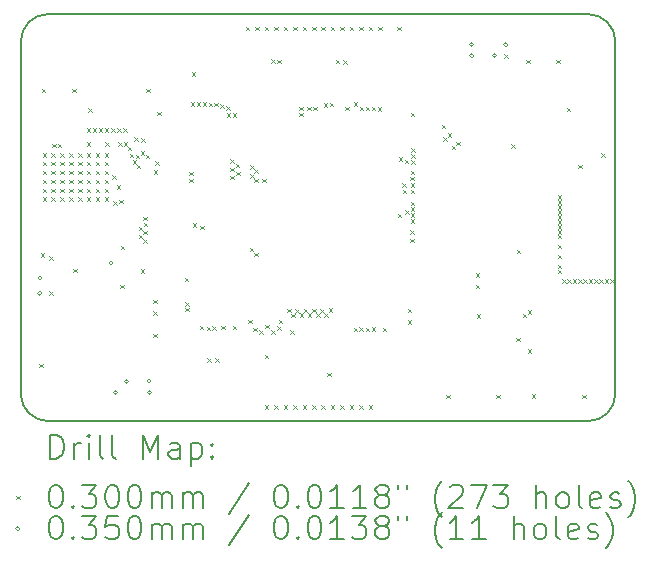
<source format=gbr>
%FSLAX45Y45*%
G04 Gerber Fmt 4.5, Leading zero omitted, Abs format (unit mm)*
G04 Created by KiCad (PCBNEW (6.0.4)) date 2023-02-01 13:33:51*
%MOMM*%
%LPD*%
G01*
G04 APERTURE LIST*
%TA.AperFunction,Profile*%
%ADD10C,0.150000*%
%TD*%
%ADD11C,0.200000*%
%ADD12C,0.030000*%
%ADD13C,0.035000*%
G04 APERTURE END LIST*
D10*
X8369000Y-5119000D02*
X3795000Y-5119000D01*
X8599365Y-8335365D02*
X8599365Y-5349000D01*
X3565000Y-5350000D02*
X3565000Y-8334000D01*
X3565002Y-8334000D02*
G75*
G03*
X3796000Y-8564000I230898J900D01*
G01*
X3796000Y-8564000D02*
X8369365Y-8564000D01*
X3795000Y-5119002D02*
G75*
G03*
X3565000Y-5350000I900J-230898D01*
G01*
X8599360Y-5349000D02*
G75*
G03*
X8369000Y-5119000I-230380J-380D01*
G01*
X8369365Y-8563995D02*
G75*
G03*
X8599365Y-8334000I5J229995D01*
G01*
D11*
D12*
X3721000Y-8080000D02*
X3751000Y-8110000D01*
X3751000Y-8080000D02*
X3721000Y-8110000D01*
X3734000Y-7143500D02*
X3764000Y-7173500D01*
X3764000Y-7143500D02*
X3734000Y-7173500D01*
X3742000Y-5749000D02*
X3772000Y-5779000D01*
X3772000Y-5749000D02*
X3742000Y-5779000D01*
X3750000Y-6295000D02*
X3780000Y-6325000D01*
X3780000Y-6295000D02*
X3750000Y-6325000D01*
X3750000Y-6370000D02*
X3780000Y-6400000D01*
X3780000Y-6370000D02*
X3750000Y-6400000D01*
X3750000Y-6445000D02*
X3780000Y-6475000D01*
X3780000Y-6445000D02*
X3750000Y-6475000D01*
X3750000Y-6520000D02*
X3780000Y-6550000D01*
X3780000Y-6520000D02*
X3750000Y-6550000D01*
X3750000Y-6595000D02*
X3780000Y-6625000D01*
X3780000Y-6595000D02*
X3750000Y-6625000D01*
X3750000Y-6670000D02*
X3780000Y-6700000D01*
X3780000Y-6670000D02*
X3750000Y-6700000D01*
X3807000Y-7465000D02*
X3837000Y-7495000D01*
X3837000Y-7465000D02*
X3807000Y-7495000D01*
X3808000Y-7167000D02*
X3838000Y-7197000D01*
X3838000Y-7167000D02*
X3808000Y-7197000D01*
X3825000Y-6295000D02*
X3855000Y-6325000D01*
X3855000Y-6295000D02*
X3825000Y-6325000D01*
X3825000Y-6370000D02*
X3855000Y-6400000D01*
X3855000Y-6370000D02*
X3825000Y-6400000D01*
X3825000Y-6445000D02*
X3855000Y-6475000D01*
X3855000Y-6445000D02*
X3825000Y-6475000D01*
X3825000Y-6520000D02*
X3855000Y-6550000D01*
X3855000Y-6520000D02*
X3825000Y-6550000D01*
X3825000Y-6595000D02*
X3855000Y-6625000D01*
X3855000Y-6595000D02*
X3825000Y-6625000D01*
X3825000Y-6670000D02*
X3855000Y-6700000D01*
X3855000Y-6670000D02*
X3825000Y-6700000D01*
X3829600Y-6214997D02*
X3859600Y-6244997D01*
X3859600Y-6214997D02*
X3829600Y-6244997D01*
X3879550Y-6215099D02*
X3909550Y-6245099D01*
X3909550Y-6215099D02*
X3879550Y-6245099D01*
X3900000Y-6295000D02*
X3930000Y-6325000D01*
X3930000Y-6295000D02*
X3900000Y-6325000D01*
X3900000Y-6370000D02*
X3930000Y-6400000D01*
X3930000Y-6370000D02*
X3900000Y-6400000D01*
X3900000Y-6445000D02*
X3930000Y-6475000D01*
X3930000Y-6445000D02*
X3900000Y-6475000D01*
X3900000Y-6520000D02*
X3930000Y-6550000D01*
X3930000Y-6520000D02*
X3900000Y-6550000D01*
X3900000Y-6595000D02*
X3930000Y-6625000D01*
X3930000Y-6595000D02*
X3900000Y-6625000D01*
X3900000Y-6670000D02*
X3930000Y-6700000D01*
X3930000Y-6670000D02*
X3900000Y-6700000D01*
X3975000Y-6295000D02*
X4005000Y-6325000D01*
X4005000Y-6295000D02*
X3975000Y-6325000D01*
X3975000Y-6370000D02*
X4005000Y-6400000D01*
X4005000Y-6370000D02*
X3975000Y-6400000D01*
X3975000Y-6445000D02*
X4005000Y-6475000D01*
X4005000Y-6445000D02*
X3975000Y-6475000D01*
X3975000Y-6520000D02*
X4005000Y-6550000D01*
X4005000Y-6520000D02*
X3975000Y-6550000D01*
X3975000Y-6595000D02*
X4005000Y-6625000D01*
X4005000Y-6595000D02*
X3975000Y-6625000D01*
X3975000Y-6670000D02*
X4005000Y-6700000D01*
X4005000Y-6670000D02*
X3975000Y-6700000D01*
X4003000Y-5749000D02*
X4033000Y-5779000D01*
X4033000Y-5749000D02*
X4003000Y-5779000D01*
X4011000Y-7276000D02*
X4041000Y-7306000D01*
X4041000Y-7276000D02*
X4011000Y-7306000D01*
X4050000Y-6295000D02*
X4080000Y-6325000D01*
X4080000Y-6295000D02*
X4050000Y-6325000D01*
X4050000Y-6370000D02*
X4080000Y-6400000D01*
X4080000Y-6370000D02*
X4050000Y-6400000D01*
X4050000Y-6445000D02*
X4080000Y-6475000D01*
X4080000Y-6445000D02*
X4050000Y-6475000D01*
X4050000Y-6520000D02*
X4080000Y-6550000D01*
X4080000Y-6520000D02*
X4050000Y-6550000D01*
X4050000Y-6595000D02*
X4080000Y-6625000D01*
X4080000Y-6595000D02*
X4050000Y-6625000D01*
X4050000Y-6670000D02*
X4080000Y-6700000D01*
X4080000Y-6670000D02*
X4050000Y-6700000D01*
X4122000Y-6083000D02*
X4152000Y-6113000D01*
X4152000Y-6083000D02*
X4122000Y-6113000D01*
X4124906Y-6295000D02*
X4154906Y-6325000D01*
X4154906Y-6295000D02*
X4124906Y-6325000D01*
X4124906Y-6370000D02*
X4154906Y-6400000D01*
X4154906Y-6370000D02*
X4124906Y-6400000D01*
X4124906Y-6445000D02*
X4154906Y-6475000D01*
X4154906Y-6445000D02*
X4124906Y-6475000D01*
X4124906Y-6520000D02*
X4154906Y-6550000D01*
X4154906Y-6520000D02*
X4124906Y-6550000D01*
X4124906Y-6595000D02*
X4154906Y-6625000D01*
X4154906Y-6595000D02*
X4124906Y-6625000D01*
X4124906Y-6670000D02*
X4154906Y-6700000D01*
X4154906Y-6670000D02*
X4124906Y-6700000D01*
X4124907Y-6203098D02*
X4154907Y-6233098D01*
X4154907Y-6203098D02*
X4124907Y-6233098D01*
X4138000Y-5915000D02*
X4168000Y-5945000D01*
X4168000Y-5915000D02*
X4138000Y-5945000D01*
X4175050Y-6083000D02*
X4205050Y-6113000D01*
X4205050Y-6083000D02*
X4175050Y-6113000D01*
X4200000Y-6295000D02*
X4230000Y-6325000D01*
X4230000Y-6295000D02*
X4200000Y-6325000D01*
X4200000Y-6370000D02*
X4230000Y-6400000D01*
X4230000Y-6370000D02*
X4200000Y-6400000D01*
X4200000Y-6445000D02*
X4230000Y-6475000D01*
X4230000Y-6445000D02*
X4200000Y-6475000D01*
X4200000Y-6520000D02*
X4230000Y-6550000D01*
X4230000Y-6520000D02*
X4200000Y-6550000D01*
X4200000Y-6595000D02*
X4230000Y-6625000D01*
X4230000Y-6595000D02*
X4200000Y-6625000D01*
X4200000Y-6670000D02*
X4230000Y-6700000D01*
X4230000Y-6670000D02*
X4200000Y-6700000D01*
X4225000Y-6083000D02*
X4255000Y-6113000D01*
X4255000Y-6083000D02*
X4225000Y-6113000D01*
X4275000Y-6295000D02*
X4305000Y-6325000D01*
X4305000Y-6295000D02*
X4275000Y-6325000D01*
X4275000Y-6370000D02*
X4305000Y-6400000D01*
X4305000Y-6370000D02*
X4275000Y-6400000D01*
X4275000Y-6445000D02*
X4305000Y-6475000D01*
X4305000Y-6445000D02*
X4275000Y-6475000D01*
X4275000Y-6520000D02*
X4305000Y-6550000D01*
X4305000Y-6520000D02*
X4275000Y-6550000D01*
X4275000Y-6595000D02*
X4305000Y-6625000D01*
X4305000Y-6595000D02*
X4275000Y-6625000D01*
X4275000Y-6670000D02*
X4305000Y-6700000D01*
X4305000Y-6670000D02*
X4275000Y-6700000D01*
X4277000Y-6083000D02*
X4307000Y-6113000D01*
X4307000Y-6083000D02*
X4277000Y-6113000D01*
X4281050Y-6205147D02*
X4311050Y-6235147D01*
X4311050Y-6205147D02*
X4281050Y-6235147D01*
X4332050Y-6083000D02*
X4362050Y-6113000D01*
X4362050Y-6083000D02*
X4332050Y-6113000D01*
X4341050Y-6482000D02*
X4371050Y-6512000D01*
X4371050Y-6482000D02*
X4341050Y-6512000D01*
X4348781Y-6702800D02*
X4378781Y-6732800D01*
X4378781Y-6702800D02*
X4348781Y-6732800D01*
X4377098Y-6566407D02*
X4407098Y-6596407D01*
X4407098Y-6566407D02*
X4377098Y-6596407D01*
X4382000Y-6083000D02*
X4412000Y-6113000D01*
X4412000Y-6083000D02*
X4382000Y-6113000D01*
X4388213Y-6204787D02*
X4418213Y-6234787D01*
X4418213Y-6204787D02*
X4388213Y-6234787D01*
X4397050Y-6689951D02*
X4427050Y-6719951D01*
X4427050Y-6689951D02*
X4397050Y-6719951D01*
X4409000Y-7410000D02*
X4439000Y-7440000D01*
X4439000Y-7410000D02*
X4409000Y-7440000D01*
X4412000Y-7081000D02*
X4442000Y-7111000D01*
X4442000Y-7081000D02*
X4412000Y-7111000D01*
X4432500Y-6083500D02*
X4462500Y-6113500D01*
X4462500Y-6083500D02*
X4432500Y-6113500D01*
X4438148Y-6203551D02*
X4468148Y-6233551D01*
X4468148Y-6203551D02*
X4438148Y-6233551D01*
X4469646Y-6242318D02*
X4499646Y-6272318D01*
X4499646Y-6242318D02*
X4469646Y-6272318D01*
X4487950Y-6299657D02*
X4517950Y-6329657D01*
X4517950Y-6299657D02*
X4487950Y-6329657D01*
X4512634Y-6356991D02*
X4542634Y-6386991D01*
X4542634Y-6356991D02*
X4512634Y-6386991D01*
X4524835Y-6163165D02*
X4554835Y-6193165D01*
X4554835Y-6163165D02*
X4524835Y-6193165D01*
X4537273Y-6307549D02*
X4567273Y-6337549D01*
X4567273Y-6307549D02*
X4537273Y-6337549D01*
X4547954Y-6392311D02*
X4577954Y-6422311D01*
X4577954Y-6392311D02*
X4547954Y-6422311D01*
X4565000Y-6918182D02*
X4595000Y-6948182D01*
X4595000Y-6918182D02*
X4565000Y-6948182D01*
X4565000Y-6988083D02*
X4595000Y-7018083D01*
X4595000Y-6988083D02*
X4565000Y-7018083D01*
X4579184Y-6280374D02*
X4609184Y-6310374D01*
X4609184Y-6280374D02*
X4579184Y-6310374D01*
X4581847Y-7279797D02*
X4611847Y-7309797D01*
X4611847Y-7279797D02*
X4581847Y-7309797D01*
X4585000Y-6170050D02*
X4615000Y-6200050D01*
X4615000Y-6170050D02*
X4585000Y-6200050D01*
X4601646Y-7023034D02*
X4631646Y-7053034D01*
X4631646Y-7023034D02*
X4601646Y-7053034D01*
X4603756Y-6953132D02*
X4633756Y-6983132D01*
X4633756Y-6953132D02*
X4603756Y-6983132D01*
X4603835Y-6833285D02*
X4633835Y-6863285D01*
X4633835Y-6833285D02*
X4603835Y-6863285D01*
X4604385Y-6883232D02*
X4634385Y-6913232D01*
X4634385Y-6883232D02*
X4604385Y-6913232D01*
X4621361Y-6307135D02*
X4651361Y-6337135D01*
X4651361Y-6307135D02*
X4621361Y-6337135D01*
X4627000Y-5750000D02*
X4657000Y-5780000D01*
X4657000Y-5750000D02*
X4627000Y-5780000D01*
X4685000Y-7538000D02*
X4715000Y-7568000D01*
X4715000Y-7538000D02*
X4685000Y-7568000D01*
X4685000Y-7633000D02*
X4715000Y-7663000D01*
X4715000Y-7633000D02*
X4685000Y-7663000D01*
X4685000Y-7824000D02*
X4715000Y-7854000D01*
X4715000Y-7824000D02*
X4685000Y-7854000D01*
X4692000Y-6439950D02*
X4722000Y-6469950D01*
X4722000Y-6439950D02*
X4692000Y-6469950D01*
X4702000Y-6366000D02*
X4732000Y-6396000D01*
X4732000Y-6366000D02*
X4702000Y-6396000D01*
X4721000Y-5946000D02*
X4751000Y-5976000D01*
X4751000Y-5946000D02*
X4721000Y-5976000D01*
X4954913Y-7349912D02*
X4984913Y-7379912D01*
X4984913Y-7349912D02*
X4954913Y-7379912D01*
X4959000Y-7556000D02*
X4989000Y-7586000D01*
X4989000Y-7556000D02*
X4959000Y-7586000D01*
X4959000Y-7605950D02*
X4989000Y-7635950D01*
X4989000Y-7605950D02*
X4959000Y-7635950D01*
X4992000Y-6453000D02*
X5022000Y-6483000D01*
X5022000Y-6453000D02*
X4992000Y-6483000D01*
X4992000Y-6513098D02*
X5022000Y-6543098D01*
X5022000Y-6513098D02*
X4992000Y-6543098D01*
X5003000Y-5864000D02*
X5033000Y-5894000D01*
X5033000Y-5864000D02*
X5003000Y-5894000D01*
X5012000Y-5611000D02*
X5042000Y-5641000D01*
X5042000Y-5611000D02*
X5012000Y-5641000D01*
X5021000Y-6891000D02*
X5051000Y-6921000D01*
X5051000Y-6891000D02*
X5021000Y-6921000D01*
X5055392Y-5865161D02*
X5085392Y-5895161D01*
X5085392Y-5865161D02*
X5055392Y-5895161D01*
X5080000Y-7755000D02*
X5110000Y-7785000D01*
X5110000Y-7755000D02*
X5080000Y-7785000D01*
X5084000Y-6909000D02*
X5114000Y-6939000D01*
X5114000Y-6909000D02*
X5084000Y-6939000D01*
X5105318Y-5866725D02*
X5135318Y-5896725D01*
X5135318Y-5866725D02*
X5105318Y-5896725D01*
X5138000Y-7767000D02*
X5168000Y-7797000D01*
X5168000Y-7767000D02*
X5138000Y-7797000D01*
X5145000Y-8032000D02*
X5175000Y-8062000D01*
X5175000Y-8032000D02*
X5145000Y-8062000D01*
X5155251Y-5868033D02*
X5185251Y-5898033D01*
X5185251Y-5868033D02*
X5155251Y-5898033D01*
X5187369Y-7759405D02*
X5217369Y-7789405D01*
X5217369Y-7759405D02*
X5187369Y-7789405D01*
X5205202Y-5867999D02*
X5235202Y-5897999D01*
X5235202Y-5867999D02*
X5205202Y-5897999D01*
X5213000Y-8032000D02*
X5243000Y-8062000D01*
X5243000Y-8032000D02*
X5213000Y-8062000D01*
X5255427Y-5880759D02*
X5285427Y-5910759D01*
X5285427Y-5880759D02*
X5255427Y-5910759D01*
X5262000Y-7757000D02*
X5292000Y-7787000D01*
X5292000Y-7757000D02*
X5262000Y-7787000D01*
X5305377Y-5900711D02*
X5335377Y-5930711D01*
X5335377Y-5900711D02*
X5305377Y-5930711D01*
X5310329Y-5959626D02*
X5340329Y-5989626D01*
X5340329Y-5959626D02*
X5310329Y-5989626D01*
X5337538Y-6348758D02*
X5367538Y-6378758D01*
X5367538Y-6348758D02*
X5337538Y-6378758D01*
X5338000Y-6418658D02*
X5368000Y-6448658D01*
X5368000Y-6418658D02*
X5338000Y-6448658D01*
X5338000Y-6488559D02*
X5368000Y-6518559D01*
X5368000Y-6488559D02*
X5338000Y-6518559D01*
X5358000Y-7756000D02*
X5388000Y-7786000D01*
X5388000Y-7756000D02*
X5358000Y-7786000D01*
X5360279Y-5959626D02*
X5390279Y-5989626D01*
X5390279Y-5959626D02*
X5360279Y-5989626D01*
X5386000Y-6383708D02*
X5416000Y-6413708D01*
X5416000Y-6383708D02*
X5386000Y-6413708D01*
X5387313Y-6453609D02*
X5417313Y-6483609D01*
X5417313Y-6453609D02*
X5387313Y-6483609D01*
X5471000Y-5224200D02*
X5501000Y-5254200D01*
X5501000Y-5224200D02*
X5471000Y-5254200D01*
X5490175Y-7704149D02*
X5520175Y-7734149D01*
X5520175Y-7704149D02*
X5490175Y-7734149D01*
X5505000Y-7097000D02*
X5535000Y-7127000D01*
X5535000Y-7097000D02*
X5505000Y-7127000D01*
X5507117Y-6396667D02*
X5537117Y-6426667D01*
X5537117Y-6396667D02*
X5507117Y-6426667D01*
X5508389Y-6473038D02*
X5538389Y-6503038D01*
X5538389Y-6473038D02*
X5508389Y-6503038D01*
X5535000Y-7774050D02*
X5565000Y-7804050D01*
X5565000Y-7774050D02*
X5535000Y-7804050D01*
X5540000Y-7137000D02*
X5570000Y-7167000D01*
X5570000Y-7137000D02*
X5540000Y-7167000D01*
X5540615Y-6511202D02*
X5570615Y-6541202D01*
X5570615Y-6511202D02*
X5540615Y-6541202D01*
X5542114Y-6432307D02*
X5572114Y-6462307D01*
X5572114Y-6432307D02*
X5542114Y-6462307D01*
X5551000Y-5224200D02*
X5581000Y-5254200D01*
X5581000Y-5224200D02*
X5551000Y-5254200D01*
X5586000Y-7797000D02*
X5616000Y-7827000D01*
X5616000Y-7797000D02*
X5586000Y-7827000D01*
X5611000Y-6513000D02*
X5641000Y-6543000D01*
X5641000Y-6513000D02*
X5611000Y-6543000D01*
X5631000Y-5224200D02*
X5661000Y-5254200D01*
X5661000Y-5224200D02*
X5631000Y-5254200D01*
X5631000Y-8001200D02*
X5661000Y-8031200D01*
X5661000Y-8001200D02*
X5631000Y-8031200D01*
X5631000Y-8430800D02*
X5661000Y-8460800D01*
X5661000Y-8430800D02*
X5631000Y-8460800D01*
X5635928Y-7748072D02*
X5665928Y-7778072D01*
X5665928Y-7748072D02*
X5635928Y-7778072D01*
X5685000Y-7796000D02*
X5715000Y-7826000D01*
X5715000Y-7796000D02*
X5685000Y-7826000D01*
X5686000Y-5502000D02*
X5716000Y-5532000D01*
X5716000Y-5502000D02*
X5686000Y-5532000D01*
X5711000Y-5224200D02*
X5741000Y-5254200D01*
X5741000Y-5224200D02*
X5711000Y-5254200D01*
X5711000Y-8430800D02*
X5741000Y-8460800D01*
X5741000Y-8430800D02*
X5711000Y-8460800D01*
X5735000Y-7762000D02*
X5765000Y-7792000D01*
X5765000Y-7762000D02*
X5735000Y-7792000D01*
X5737000Y-5505000D02*
X5767000Y-5535000D01*
X5767000Y-5505000D02*
X5737000Y-5535000D01*
X5749000Y-7706000D02*
X5779000Y-7736000D01*
X5779000Y-7706000D02*
X5749000Y-7736000D01*
X5791000Y-5224400D02*
X5821000Y-5254400D01*
X5821000Y-5224400D02*
X5791000Y-5254400D01*
X5791000Y-8430800D02*
X5821000Y-8460800D01*
X5821000Y-8430800D02*
X5791000Y-8460800D01*
X5819000Y-7614000D02*
X5849000Y-7644000D01*
X5849000Y-7614000D02*
X5819000Y-7644000D01*
X5845000Y-7793000D02*
X5875000Y-7823000D01*
X5875000Y-7793000D02*
X5845000Y-7823000D01*
X5855472Y-7655367D02*
X5885472Y-7685367D01*
X5885472Y-7655367D02*
X5855472Y-7685367D01*
X5871000Y-5224400D02*
X5901000Y-5254400D01*
X5901000Y-5224400D02*
X5871000Y-5254400D01*
X5871000Y-8430800D02*
X5901000Y-8460800D01*
X5901000Y-8430800D02*
X5871000Y-8460800D01*
X5890422Y-7615221D02*
X5920422Y-7645221D01*
X5920422Y-7615221D02*
X5890422Y-7645221D01*
X5922050Y-5904130D02*
X5952050Y-5934130D01*
X5952050Y-5904130D02*
X5922050Y-5934130D01*
X5923372Y-5954879D02*
X5953372Y-5984879D01*
X5953372Y-5954879D02*
X5923372Y-5984879D01*
X5925372Y-7652470D02*
X5955372Y-7682470D01*
X5955372Y-7652470D02*
X5925372Y-7682470D01*
X5951000Y-5224400D02*
X5981000Y-5254400D01*
X5981000Y-5224400D02*
X5951000Y-5254400D01*
X5951000Y-8430800D02*
X5981000Y-8460800D01*
X5981000Y-8430800D02*
X5951000Y-8460800D01*
X5960322Y-7614000D02*
X5990322Y-7644000D01*
X5990322Y-7614000D02*
X5960322Y-7644000D01*
X5992672Y-5902259D02*
X6022672Y-5932259D01*
X6022672Y-5902259D02*
X5992672Y-5932259D01*
X5995411Y-7649549D02*
X6025411Y-7679549D01*
X6025411Y-7649549D02*
X5995411Y-7679549D01*
X6030934Y-7614433D02*
X6060934Y-7644433D01*
X6060934Y-7614433D02*
X6030934Y-7644433D01*
X6031000Y-5224400D02*
X6061000Y-5254400D01*
X6061000Y-5224400D02*
X6031000Y-5254400D01*
X6031000Y-8430800D02*
X6061000Y-8460800D01*
X6061000Y-8430800D02*
X6031000Y-8460800D01*
X6042619Y-5901728D02*
X6072619Y-5931728D01*
X6072619Y-5901728D02*
X6042619Y-5931728D01*
X6065884Y-7650809D02*
X6095884Y-7680809D01*
X6095884Y-7650809D02*
X6065884Y-7680809D01*
X6100834Y-7615000D02*
X6130834Y-7645000D01*
X6130834Y-7615000D02*
X6100834Y-7645000D01*
X6111000Y-5224400D02*
X6141000Y-5254400D01*
X6141000Y-5224400D02*
X6111000Y-5254400D01*
X6111000Y-8430800D02*
X6141000Y-8460800D01*
X6141000Y-8430800D02*
X6111000Y-8460800D01*
X6132000Y-5871000D02*
X6162000Y-5901000D01*
X6162000Y-5871000D02*
X6132000Y-5901000D01*
X6135784Y-7650911D02*
X6165784Y-7680911D01*
X6165784Y-7650911D02*
X6135784Y-7680911D01*
X6161000Y-8154000D02*
X6191000Y-8184000D01*
X6191000Y-8154000D02*
X6161000Y-8184000D01*
X6171081Y-7610346D02*
X6201081Y-7640346D01*
X6201081Y-7610346D02*
X6171081Y-7640346D01*
X6181934Y-5869720D02*
X6211934Y-5899720D01*
X6211934Y-5869720D02*
X6181934Y-5899720D01*
X6191000Y-5224400D02*
X6221000Y-5254400D01*
X6221000Y-5224400D02*
X6191000Y-5254400D01*
X6191000Y-8430800D02*
X6221000Y-8460800D01*
X6221000Y-8430800D02*
X6191000Y-8460800D01*
X6233000Y-5504000D02*
X6263000Y-5534000D01*
X6263000Y-5504000D02*
X6233000Y-5534000D01*
X6271000Y-5224400D02*
X6301000Y-5254400D01*
X6301000Y-5224400D02*
X6271000Y-5254400D01*
X6271000Y-8430800D02*
X6301000Y-8460800D01*
X6301000Y-8430800D02*
X6271000Y-8460800D01*
X6295000Y-5507000D02*
X6325000Y-5537000D01*
X6325000Y-5507000D02*
X6295000Y-5537000D01*
X6312000Y-5901000D02*
X6342000Y-5931000D01*
X6342000Y-5901000D02*
X6312000Y-5931000D01*
X6351000Y-5224400D02*
X6381000Y-5254400D01*
X6381000Y-5224400D02*
X6351000Y-5254400D01*
X6351000Y-8430800D02*
X6381000Y-8460800D01*
X6381000Y-8430800D02*
X6351000Y-8460800D01*
X6382355Y-7773516D02*
X6412355Y-7803516D01*
X6412355Y-7773516D02*
X6382355Y-7803516D01*
X6383000Y-5865951D02*
X6413000Y-5895951D01*
X6413000Y-5865951D02*
X6383000Y-5895951D01*
X6431000Y-5224400D02*
X6461000Y-5254400D01*
X6461000Y-5224400D02*
X6431000Y-5254400D01*
X6431000Y-8430800D02*
X6461000Y-8460800D01*
X6461000Y-8430800D02*
X6431000Y-8460800D01*
X6432000Y-7768000D02*
X6462000Y-7798000D01*
X6462000Y-7768000D02*
X6432000Y-7798000D01*
X6435153Y-5900901D02*
X6465153Y-5930901D01*
X6465153Y-5900901D02*
X6435153Y-5930901D01*
X6485000Y-7772000D02*
X6515000Y-7802000D01*
X6515000Y-7772000D02*
X6485000Y-7802000D01*
X6485093Y-5901920D02*
X6515093Y-5931920D01*
X6515093Y-5901920D02*
X6485093Y-5931920D01*
X6511000Y-5224400D02*
X6541000Y-5254400D01*
X6541000Y-5224400D02*
X6511000Y-5254400D01*
X6511000Y-8430800D02*
X6541000Y-8460800D01*
X6541000Y-8430800D02*
X6511000Y-8460800D01*
X6535000Y-5904000D02*
X6565000Y-5934000D01*
X6565000Y-5904000D02*
X6535000Y-5934000D01*
X6536000Y-7771000D02*
X6566000Y-7801000D01*
X6566000Y-7771000D02*
X6536000Y-7801000D01*
X6587440Y-5905008D02*
X6617440Y-5935008D01*
X6617440Y-5905008D02*
X6587440Y-5935008D01*
X6591000Y-5224400D02*
X6621000Y-5254400D01*
X6621000Y-5224400D02*
X6591000Y-5254400D01*
X6629000Y-7774000D02*
X6659000Y-7804000D01*
X6659000Y-7774000D02*
X6629000Y-7804000D01*
X6750600Y-5224400D02*
X6780600Y-5254400D01*
X6780600Y-5224400D02*
X6750600Y-5254400D01*
X6756013Y-6809245D02*
X6786013Y-6839245D01*
X6786013Y-6809245D02*
X6756013Y-6839245D01*
X6764601Y-6332501D02*
X6794601Y-6362501D01*
X6794601Y-6332501D02*
X6764601Y-6362501D01*
X6797000Y-6551000D02*
X6827000Y-6581000D01*
X6827000Y-6551000D02*
X6797000Y-6581000D01*
X6798000Y-6606950D02*
X6828000Y-6636950D01*
X6828000Y-6606950D02*
X6798000Y-6636950D01*
X6814265Y-6349642D02*
X6844265Y-6379642D01*
X6844265Y-6349642D02*
X6814265Y-6379642D01*
X6821960Y-6778619D02*
X6851960Y-6808619D01*
X6851960Y-6778619D02*
X6821960Y-6808619D01*
X6842000Y-7614000D02*
X6872000Y-7644000D01*
X6872000Y-7614000D02*
X6842000Y-7644000D01*
X6842000Y-7710000D02*
X6872000Y-7740000D01*
X6872000Y-7710000D02*
X6842000Y-7740000D01*
X6861000Y-6947000D02*
X6891000Y-6977000D01*
X6891000Y-6947000D02*
X6861000Y-6977000D01*
X6862267Y-6496733D02*
X6892267Y-6526733D01*
X6892267Y-6496733D02*
X6862267Y-6526733D01*
X6863000Y-7020050D02*
X6893000Y-7050050D01*
X6893000Y-7020050D02*
X6863000Y-7050050D01*
X6865000Y-6855000D02*
X6895000Y-6885000D01*
X6895000Y-6855000D02*
X6865000Y-6885000D01*
X6865238Y-6443188D02*
X6895238Y-6473188D01*
X6895238Y-6443188D02*
X6865238Y-6473188D01*
X6866000Y-5955000D02*
X6896000Y-5985000D01*
X6896000Y-5955000D02*
X6866000Y-5985000D01*
X6866000Y-6705099D02*
X6896000Y-6735099D01*
X6896000Y-6705099D02*
X6866000Y-6735099D01*
X6866000Y-6755050D02*
X6896000Y-6785050D01*
X6896000Y-6755050D02*
X6866000Y-6785050D01*
X6866000Y-6805000D02*
X6896000Y-6835000D01*
X6896000Y-6805000D02*
X6866000Y-6835000D01*
X6867000Y-6607000D02*
X6897000Y-6637000D01*
X6897000Y-6607000D02*
X6867000Y-6637000D01*
X6868169Y-6552062D02*
X6898169Y-6582062D01*
X6898169Y-6552062D02*
X6868169Y-6582062D01*
X6869000Y-6305000D02*
X6899000Y-6335000D01*
X6899000Y-6305000D02*
X6869000Y-6335000D01*
X6869000Y-6354950D02*
X6899000Y-6384950D01*
X6899000Y-6354950D02*
X6869000Y-6384950D01*
X6870248Y-6255065D02*
X6900248Y-6285065D01*
X6900248Y-6255065D02*
X6870248Y-6285065D01*
X7129000Y-6054000D02*
X7159000Y-6084000D01*
X7159000Y-6054000D02*
X7129000Y-6084000D01*
X7140823Y-6160211D02*
X7170823Y-6190211D01*
X7170823Y-6160211D02*
X7140823Y-6190211D01*
X7168000Y-8341000D02*
X7198000Y-8371000D01*
X7198000Y-8341000D02*
X7168000Y-8371000D01*
X7179000Y-6128000D02*
X7209000Y-6158000D01*
X7209000Y-6128000D02*
X7179000Y-6158000D01*
X7214000Y-6231000D02*
X7244000Y-6261000D01*
X7244000Y-6231000D02*
X7214000Y-6261000D01*
X7251925Y-6198493D02*
X7281925Y-6228493D01*
X7281925Y-6198493D02*
X7251925Y-6228493D01*
X7418000Y-7313000D02*
X7448000Y-7343000D01*
X7448000Y-7313000D02*
X7418000Y-7343000D01*
X7419000Y-7410000D02*
X7449000Y-7440000D01*
X7449000Y-7410000D02*
X7419000Y-7440000D01*
X7424000Y-7661000D02*
X7454000Y-7691000D01*
X7454000Y-7661000D02*
X7424000Y-7691000D01*
X7589000Y-8342000D02*
X7619000Y-8372000D01*
X7619000Y-8342000D02*
X7589000Y-8372000D01*
X7657000Y-5458000D02*
X7687000Y-5488000D01*
X7687000Y-5458000D02*
X7657000Y-5488000D01*
X7719000Y-6218000D02*
X7749000Y-6248000D01*
X7749000Y-6218000D02*
X7719000Y-6248000D01*
X7761000Y-7858000D02*
X7791000Y-7888000D01*
X7791000Y-7858000D02*
X7761000Y-7888000D01*
X7765000Y-7114000D02*
X7795000Y-7144000D01*
X7795000Y-7114000D02*
X7765000Y-7144000D01*
X7816000Y-7657000D02*
X7846000Y-7687000D01*
X7846000Y-7657000D02*
X7816000Y-7687000D01*
X7846000Y-5505000D02*
X7876000Y-5535000D01*
X7876000Y-5505000D02*
X7846000Y-5535000D01*
X7857000Y-7625000D02*
X7887000Y-7655000D01*
X7887000Y-7625000D02*
X7857000Y-7655000D01*
X7858000Y-7956000D02*
X7888000Y-7986000D01*
X7888000Y-7956000D02*
X7858000Y-7986000D01*
X7893000Y-8339000D02*
X7923000Y-8369000D01*
X7923000Y-8339000D02*
X7893000Y-8369000D01*
X8098000Y-5504000D02*
X8128000Y-5534000D01*
X8128000Y-5504000D02*
X8098000Y-5534000D01*
X8113000Y-6652000D02*
X8143000Y-6682000D01*
X8143000Y-6652000D02*
X8113000Y-6682000D01*
X8113000Y-6694000D02*
X8143000Y-6724000D01*
X8143000Y-6694000D02*
X8113000Y-6724000D01*
X8113000Y-6736000D02*
X8143000Y-6766000D01*
X8143000Y-6736000D02*
X8113000Y-6766000D01*
X8113000Y-6778000D02*
X8143000Y-6808000D01*
X8143000Y-6778000D02*
X8113000Y-6808000D01*
X8113000Y-6820000D02*
X8143000Y-6850000D01*
X8143000Y-6820000D02*
X8113000Y-6850000D01*
X8113000Y-6862000D02*
X8143000Y-6892000D01*
X8143000Y-6862000D02*
X8113000Y-6892000D01*
X8113000Y-6904000D02*
X8143000Y-6934000D01*
X8143000Y-6904000D02*
X8113000Y-6934000D01*
X8113000Y-6946000D02*
X8143000Y-6976000D01*
X8143000Y-6946000D02*
X8113000Y-6976000D01*
X8113000Y-6988000D02*
X8143000Y-7018000D01*
X8143000Y-6988000D02*
X8113000Y-7018000D01*
X8113000Y-7072000D02*
X8143000Y-7102000D01*
X8143000Y-7072000D02*
X8113000Y-7102000D01*
X8113000Y-7156000D02*
X8143000Y-7186000D01*
X8143000Y-7156000D02*
X8113000Y-7186000D01*
X8113000Y-7240000D02*
X8143000Y-7270000D01*
X8143000Y-7240000D02*
X8113000Y-7270000D01*
X8113000Y-7282000D02*
X8143000Y-7312000D01*
X8143000Y-7282000D02*
X8113000Y-7312000D01*
X8149000Y-7364000D02*
X8179000Y-7394000D01*
X8179000Y-7364000D02*
X8149000Y-7394000D01*
X8188000Y-5912000D02*
X8218000Y-5942000D01*
X8218000Y-5912000D02*
X8188000Y-5942000D01*
X8194064Y-7364000D02*
X8224064Y-7394000D01*
X8224064Y-7364000D02*
X8194064Y-7394000D01*
X8239129Y-7364000D02*
X8269129Y-7394000D01*
X8269129Y-7364000D02*
X8239129Y-7394000D01*
X8284193Y-7364000D02*
X8314193Y-7394000D01*
X8314193Y-7364000D02*
X8284193Y-7394000D01*
X8286000Y-6393000D02*
X8316000Y-6423000D01*
X8316000Y-6393000D02*
X8286000Y-6423000D01*
X8318000Y-8341000D02*
X8348000Y-8371000D01*
X8348000Y-8341000D02*
X8318000Y-8371000D01*
X8329257Y-7364000D02*
X8359257Y-7394000D01*
X8359257Y-7364000D02*
X8329257Y-7394000D01*
X8374321Y-7364000D02*
X8404322Y-7394000D01*
X8404322Y-7364000D02*
X8374321Y-7394000D01*
X8419386Y-7364000D02*
X8449386Y-7394000D01*
X8449386Y-7364000D02*
X8419386Y-7394000D01*
X8464450Y-7364000D02*
X8494450Y-7394000D01*
X8494450Y-7364000D02*
X8464450Y-7394000D01*
X8481000Y-6298000D02*
X8511000Y-6328000D01*
X8511000Y-6298000D02*
X8481000Y-6328000D01*
X8509514Y-7364000D02*
X8539514Y-7394000D01*
X8539514Y-7364000D02*
X8509514Y-7394000D01*
X8554579Y-7364000D02*
X8584579Y-7394000D01*
X8584579Y-7364000D02*
X8554579Y-7394000D01*
D13*
X3743500Y-7353000D02*
G75*
G03*
X3743500Y-7353000I-17500J0D01*
G01*
X3743500Y-7482000D02*
G75*
G03*
X3743500Y-7482000I-17500J0D01*
G01*
X4343500Y-7226000D02*
G75*
G03*
X4343500Y-7226000I-17500J0D01*
G01*
X4383500Y-8321000D02*
G75*
G03*
X4383500Y-8321000I-17500J0D01*
G01*
X4479500Y-8228000D02*
G75*
G03*
X4479500Y-8228000I-17500J0D01*
G01*
X4670500Y-8224000D02*
G75*
G03*
X4670500Y-8224000I-17500J0D01*
G01*
X4671500Y-8320000D02*
G75*
G03*
X4671500Y-8320000I-17500J0D01*
G01*
X7399500Y-5473000D02*
G75*
G03*
X7399500Y-5473000I-17500J0D01*
G01*
X7400500Y-5377000D02*
G75*
G03*
X7400500Y-5377000I-17500J0D01*
G01*
X7593500Y-5470000D02*
G75*
G03*
X7593500Y-5470000I-17500J0D01*
G01*
X7689500Y-5377000D02*
G75*
G03*
X7689500Y-5377000I-17500J0D01*
G01*
D11*
X3815119Y-8881976D02*
X3815119Y-8681976D01*
X3862738Y-8681976D01*
X3891309Y-8691500D01*
X3910357Y-8710548D01*
X3919881Y-8729595D01*
X3929405Y-8767690D01*
X3929405Y-8796262D01*
X3919881Y-8834357D01*
X3910357Y-8853405D01*
X3891309Y-8872452D01*
X3862738Y-8881976D01*
X3815119Y-8881976D01*
X4015119Y-8881976D02*
X4015119Y-8748643D01*
X4015119Y-8786738D02*
X4024643Y-8767690D01*
X4034167Y-8758167D01*
X4053214Y-8748643D01*
X4072262Y-8748643D01*
X4138928Y-8881976D02*
X4138928Y-8748643D01*
X4138928Y-8681976D02*
X4129405Y-8691500D01*
X4138928Y-8701024D01*
X4148452Y-8691500D01*
X4138928Y-8681976D01*
X4138928Y-8701024D01*
X4262738Y-8881976D02*
X4243690Y-8872452D01*
X4234167Y-8853405D01*
X4234167Y-8681976D01*
X4367500Y-8881976D02*
X4348452Y-8872452D01*
X4338929Y-8853405D01*
X4338929Y-8681976D01*
X4596071Y-8881976D02*
X4596071Y-8681976D01*
X4662738Y-8824833D01*
X4729405Y-8681976D01*
X4729405Y-8881976D01*
X4910357Y-8881976D02*
X4910357Y-8777214D01*
X4900833Y-8758167D01*
X4881786Y-8748643D01*
X4843690Y-8748643D01*
X4824643Y-8758167D01*
X4910357Y-8872452D02*
X4891310Y-8881976D01*
X4843690Y-8881976D01*
X4824643Y-8872452D01*
X4815119Y-8853405D01*
X4815119Y-8834357D01*
X4824643Y-8815310D01*
X4843690Y-8805786D01*
X4891310Y-8805786D01*
X4910357Y-8796262D01*
X5005595Y-8748643D02*
X5005595Y-8948643D01*
X5005595Y-8758167D02*
X5024643Y-8748643D01*
X5062738Y-8748643D01*
X5081786Y-8758167D01*
X5091310Y-8767690D01*
X5100833Y-8786738D01*
X5100833Y-8843881D01*
X5091310Y-8862929D01*
X5081786Y-8872452D01*
X5062738Y-8881976D01*
X5024643Y-8881976D01*
X5005595Y-8872452D01*
X5186548Y-8862929D02*
X5196071Y-8872452D01*
X5186548Y-8881976D01*
X5177024Y-8872452D01*
X5186548Y-8862929D01*
X5186548Y-8881976D01*
X5186548Y-8758167D02*
X5196071Y-8767690D01*
X5186548Y-8777214D01*
X5177024Y-8767690D01*
X5186548Y-8758167D01*
X5186548Y-8777214D01*
D12*
X3527500Y-9196500D02*
X3557500Y-9226500D01*
X3557500Y-9196500D02*
X3527500Y-9226500D01*
D11*
X3853214Y-9101976D02*
X3872262Y-9101976D01*
X3891309Y-9111500D01*
X3900833Y-9121024D01*
X3910357Y-9140071D01*
X3919881Y-9178167D01*
X3919881Y-9225786D01*
X3910357Y-9263881D01*
X3900833Y-9282929D01*
X3891309Y-9292452D01*
X3872262Y-9301976D01*
X3853214Y-9301976D01*
X3834167Y-9292452D01*
X3824643Y-9282929D01*
X3815119Y-9263881D01*
X3805595Y-9225786D01*
X3805595Y-9178167D01*
X3815119Y-9140071D01*
X3824643Y-9121024D01*
X3834167Y-9111500D01*
X3853214Y-9101976D01*
X4005595Y-9282929D02*
X4015119Y-9292452D01*
X4005595Y-9301976D01*
X3996071Y-9292452D01*
X4005595Y-9282929D01*
X4005595Y-9301976D01*
X4081786Y-9101976D02*
X4205595Y-9101976D01*
X4138928Y-9178167D01*
X4167500Y-9178167D01*
X4186548Y-9187690D01*
X4196071Y-9197214D01*
X4205595Y-9216262D01*
X4205595Y-9263881D01*
X4196071Y-9282929D01*
X4186548Y-9292452D01*
X4167500Y-9301976D01*
X4110357Y-9301976D01*
X4091309Y-9292452D01*
X4081786Y-9282929D01*
X4329405Y-9101976D02*
X4348452Y-9101976D01*
X4367500Y-9111500D01*
X4377024Y-9121024D01*
X4386548Y-9140071D01*
X4396071Y-9178167D01*
X4396071Y-9225786D01*
X4386548Y-9263881D01*
X4377024Y-9282929D01*
X4367500Y-9292452D01*
X4348452Y-9301976D01*
X4329405Y-9301976D01*
X4310357Y-9292452D01*
X4300833Y-9282929D01*
X4291310Y-9263881D01*
X4281786Y-9225786D01*
X4281786Y-9178167D01*
X4291310Y-9140071D01*
X4300833Y-9121024D01*
X4310357Y-9111500D01*
X4329405Y-9101976D01*
X4519881Y-9101976D02*
X4538929Y-9101976D01*
X4557976Y-9111500D01*
X4567500Y-9121024D01*
X4577024Y-9140071D01*
X4586548Y-9178167D01*
X4586548Y-9225786D01*
X4577024Y-9263881D01*
X4567500Y-9282929D01*
X4557976Y-9292452D01*
X4538929Y-9301976D01*
X4519881Y-9301976D01*
X4500833Y-9292452D01*
X4491310Y-9282929D01*
X4481786Y-9263881D01*
X4472262Y-9225786D01*
X4472262Y-9178167D01*
X4481786Y-9140071D01*
X4491310Y-9121024D01*
X4500833Y-9111500D01*
X4519881Y-9101976D01*
X4672262Y-9301976D02*
X4672262Y-9168643D01*
X4672262Y-9187690D02*
X4681786Y-9178167D01*
X4700833Y-9168643D01*
X4729405Y-9168643D01*
X4748452Y-9178167D01*
X4757976Y-9197214D01*
X4757976Y-9301976D01*
X4757976Y-9197214D02*
X4767500Y-9178167D01*
X4786548Y-9168643D01*
X4815119Y-9168643D01*
X4834167Y-9178167D01*
X4843690Y-9197214D01*
X4843690Y-9301976D01*
X4938929Y-9301976D02*
X4938929Y-9168643D01*
X4938929Y-9187690D02*
X4948452Y-9178167D01*
X4967500Y-9168643D01*
X4996071Y-9168643D01*
X5015119Y-9178167D01*
X5024643Y-9197214D01*
X5024643Y-9301976D01*
X5024643Y-9197214D02*
X5034167Y-9178167D01*
X5053214Y-9168643D01*
X5081786Y-9168643D01*
X5100833Y-9178167D01*
X5110357Y-9197214D01*
X5110357Y-9301976D01*
X5500833Y-9092452D02*
X5329405Y-9349595D01*
X5757976Y-9101976D02*
X5777024Y-9101976D01*
X5796071Y-9111500D01*
X5805595Y-9121024D01*
X5815119Y-9140071D01*
X5824643Y-9178167D01*
X5824643Y-9225786D01*
X5815119Y-9263881D01*
X5805595Y-9282929D01*
X5796071Y-9292452D01*
X5777024Y-9301976D01*
X5757976Y-9301976D01*
X5738928Y-9292452D01*
X5729405Y-9282929D01*
X5719881Y-9263881D01*
X5710357Y-9225786D01*
X5710357Y-9178167D01*
X5719881Y-9140071D01*
X5729405Y-9121024D01*
X5738928Y-9111500D01*
X5757976Y-9101976D01*
X5910357Y-9282929D02*
X5919881Y-9292452D01*
X5910357Y-9301976D01*
X5900833Y-9292452D01*
X5910357Y-9282929D01*
X5910357Y-9301976D01*
X6043690Y-9101976D02*
X6062738Y-9101976D01*
X6081786Y-9111500D01*
X6091309Y-9121024D01*
X6100833Y-9140071D01*
X6110357Y-9178167D01*
X6110357Y-9225786D01*
X6100833Y-9263881D01*
X6091309Y-9282929D01*
X6081786Y-9292452D01*
X6062738Y-9301976D01*
X6043690Y-9301976D01*
X6024643Y-9292452D01*
X6015119Y-9282929D01*
X6005595Y-9263881D01*
X5996071Y-9225786D01*
X5996071Y-9178167D01*
X6005595Y-9140071D01*
X6015119Y-9121024D01*
X6024643Y-9111500D01*
X6043690Y-9101976D01*
X6300833Y-9301976D02*
X6186548Y-9301976D01*
X6243690Y-9301976D02*
X6243690Y-9101976D01*
X6224643Y-9130548D01*
X6205595Y-9149595D01*
X6186548Y-9159119D01*
X6491309Y-9301976D02*
X6377024Y-9301976D01*
X6434167Y-9301976D02*
X6434167Y-9101976D01*
X6415119Y-9130548D01*
X6396071Y-9149595D01*
X6377024Y-9159119D01*
X6605595Y-9187690D02*
X6586548Y-9178167D01*
X6577024Y-9168643D01*
X6567500Y-9149595D01*
X6567500Y-9140071D01*
X6577024Y-9121024D01*
X6586548Y-9111500D01*
X6605595Y-9101976D01*
X6643690Y-9101976D01*
X6662738Y-9111500D01*
X6672262Y-9121024D01*
X6681786Y-9140071D01*
X6681786Y-9149595D01*
X6672262Y-9168643D01*
X6662738Y-9178167D01*
X6643690Y-9187690D01*
X6605595Y-9187690D01*
X6586548Y-9197214D01*
X6577024Y-9206738D01*
X6567500Y-9225786D01*
X6567500Y-9263881D01*
X6577024Y-9282929D01*
X6586548Y-9292452D01*
X6605595Y-9301976D01*
X6643690Y-9301976D01*
X6662738Y-9292452D01*
X6672262Y-9282929D01*
X6681786Y-9263881D01*
X6681786Y-9225786D01*
X6672262Y-9206738D01*
X6662738Y-9197214D01*
X6643690Y-9187690D01*
X6757976Y-9101976D02*
X6757976Y-9140071D01*
X6834167Y-9101976D02*
X6834167Y-9140071D01*
X7129405Y-9378167D02*
X7119881Y-9368643D01*
X7100833Y-9340071D01*
X7091309Y-9321024D01*
X7081786Y-9292452D01*
X7072262Y-9244833D01*
X7072262Y-9206738D01*
X7081786Y-9159119D01*
X7091309Y-9130548D01*
X7100833Y-9111500D01*
X7119881Y-9082929D01*
X7129405Y-9073405D01*
X7196071Y-9121024D02*
X7205595Y-9111500D01*
X7224643Y-9101976D01*
X7272262Y-9101976D01*
X7291309Y-9111500D01*
X7300833Y-9121024D01*
X7310357Y-9140071D01*
X7310357Y-9159119D01*
X7300833Y-9187690D01*
X7186548Y-9301976D01*
X7310357Y-9301976D01*
X7377024Y-9101976D02*
X7510357Y-9101976D01*
X7424643Y-9301976D01*
X7567500Y-9101976D02*
X7691309Y-9101976D01*
X7624643Y-9178167D01*
X7653214Y-9178167D01*
X7672262Y-9187690D01*
X7681786Y-9197214D01*
X7691309Y-9216262D01*
X7691309Y-9263881D01*
X7681786Y-9282929D01*
X7672262Y-9292452D01*
X7653214Y-9301976D01*
X7596071Y-9301976D01*
X7577024Y-9292452D01*
X7567500Y-9282929D01*
X7929405Y-9301976D02*
X7929405Y-9101976D01*
X8015119Y-9301976D02*
X8015119Y-9197214D01*
X8005595Y-9178167D01*
X7986548Y-9168643D01*
X7957976Y-9168643D01*
X7938928Y-9178167D01*
X7929405Y-9187690D01*
X8138928Y-9301976D02*
X8119881Y-9292452D01*
X8110357Y-9282929D01*
X8100833Y-9263881D01*
X8100833Y-9206738D01*
X8110357Y-9187690D01*
X8119881Y-9178167D01*
X8138928Y-9168643D01*
X8167500Y-9168643D01*
X8186548Y-9178167D01*
X8196071Y-9187690D01*
X8205595Y-9206738D01*
X8205595Y-9263881D01*
X8196071Y-9282929D01*
X8186548Y-9292452D01*
X8167500Y-9301976D01*
X8138928Y-9301976D01*
X8319881Y-9301976D02*
X8300833Y-9292452D01*
X8291309Y-9273405D01*
X8291309Y-9101976D01*
X8472262Y-9292452D02*
X8453214Y-9301976D01*
X8415119Y-9301976D01*
X8396071Y-9292452D01*
X8386548Y-9273405D01*
X8386548Y-9197214D01*
X8396071Y-9178167D01*
X8415119Y-9168643D01*
X8453214Y-9168643D01*
X8472262Y-9178167D01*
X8481786Y-9197214D01*
X8481786Y-9216262D01*
X8386548Y-9235310D01*
X8557976Y-9292452D02*
X8577024Y-9301976D01*
X8615119Y-9301976D01*
X8634167Y-9292452D01*
X8643690Y-9273405D01*
X8643690Y-9263881D01*
X8634167Y-9244833D01*
X8615119Y-9235310D01*
X8586548Y-9235310D01*
X8567500Y-9225786D01*
X8557976Y-9206738D01*
X8557976Y-9197214D01*
X8567500Y-9178167D01*
X8586548Y-9168643D01*
X8615119Y-9168643D01*
X8634167Y-9178167D01*
X8710357Y-9378167D02*
X8719881Y-9368643D01*
X8738929Y-9340071D01*
X8748452Y-9321024D01*
X8757976Y-9292452D01*
X8767500Y-9244833D01*
X8767500Y-9206738D01*
X8757976Y-9159119D01*
X8748452Y-9130548D01*
X8738929Y-9111500D01*
X8719881Y-9082929D01*
X8710357Y-9073405D01*
D13*
X3557500Y-9475500D02*
G75*
G03*
X3557500Y-9475500I-17500J0D01*
G01*
D11*
X3853214Y-9365976D02*
X3872262Y-9365976D01*
X3891309Y-9375500D01*
X3900833Y-9385024D01*
X3910357Y-9404071D01*
X3919881Y-9442167D01*
X3919881Y-9489786D01*
X3910357Y-9527881D01*
X3900833Y-9546929D01*
X3891309Y-9556452D01*
X3872262Y-9565976D01*
X3853214Y-9565976D01*
X3834167Y-9556452D01*
X3824643Y-9546929D01*
X3815119Y-9527881D01*
X3805595Y-9489786D01*
X3805595Y-9442167D01*
X3815119Y-9404071D01*
X3824643Y-9385024D01*
X3834167Y-9375500D01*
X3853214Y-9365976D01*
X4005595Y-9546929D02*
X4015119Y-9556452D01*
X4005595Y-9565976D01*
X3996071Y-9556452D01*
X4005595Y-9546929D01*
X4005595Y-9565976D01*
X4081786Y-9365976D02*
X4205595Y-9365976D01*
X4138928Y-9442167D01*
X4167500Y-9442167D01*
X4186548Y-9451690D01*
X4196071Y-9461214D01*
X4205595Y-9480262D01*
X4205595Y-9527881D01*
X4196071Y-9546929D01*
X4186548Y-9556452D01*
X4167500Y-9565976D01*
X4110357Y-9565976D01*
X4091309Y-9556452D01*
X4081786Y-9546929D01*
X4386548Y-9365976D02*
X4291310Y-9365976D01*
X4281786Y-9461214D01*
X4291310Y-9451690D01*
X4310357Y-9442167D01*
X4357976Y-9442167D01*
X4377024Y-9451690D01*
X4386548Y-9461214D01*
X4396071Y-9480262D01*
X4396071Y-9527881D01*
X4386548Y-9546929D01*
X4377024Y-9556452D01*
X4357976Y-9565976D01*
X4310357Y-9565976D01*
X4291310Y-9556452D01*
X4281786Y-9546929D01*
X4519881Y-9365976D02*
X4538929Y-9365976D01*
X4557976Y-9375500D01*
X4567500Y-9385024D01*
X4577024Y-9404071D01*
X4586548Y-9442167D01*
X4586548Y-9489786D01*
X4577024Y-9527881D01*
X4567500Y-9546929D01*
X4557976Y-9556452D01*
X4538929Y-9565976D01*
X4519881Y-9565976D01*
X4500833Y-9556452D01*
X4491310Y-9546929D01*
X4481786Y-9527881D01*
X4472262Y-9489786D01*
X4472262Y-9442167D01*
X4481786Y-9404071D01*
X4491310Y-9385024D01*
X4500833Y-9375500D01*
X4519881Y-9365976D01*
X4672262Y-9565976D02*
X4672262Y-9432643D01*
X4672262Y-9451690D02*
X4681786Y-9442167D01*
X4700833Y-9432643D01*
X4729405Y-9432643D01*
X4748452Y-9442167D01*
X4757976Y-9461214D01*
X4757976Y-9565976D01*
X4757976Y-9461214D02*
X4767500Y-9442167D01*
X4786548Y-9432643D01*
X4815119Y-9432643D01*
X4834167Y-9442167D01*
X4843690Y-9461214D01*
X4843690Y-9565976D01*
X4938929Y-9565976D02*
X4938929Y-9432643D01*
X4938929Y-9451690D02*
X4948452Y-9442167D01*
X4967500Y-9432643D01*
X4996071Y-9432643D01*
X5015119Y-9442167D01*
X5024643Y-9461214D01*
X5024643Y-9565976D01*
X5024643Y-9461214D02*
X5034167Y-9442167D01*
X5053214Y-9432643D01*
X5081786Y-9432643D01*
X5100833Y-9442167D01*
X5110357Y-9461214D01*
X5110357Y-9565976D01*
X5500833Y-9356452D02*
X5329405Y-9613595D01*
X5757976Y-9365976D02*
X5777024Y-9365976D01*
X5796071Y-9375500D01*
X5805595Y-9385024D01*
X5815119Y-9404071D01*
X5824643Y-9442167D01*
X5824643Y-9489786D01*
X5815119Y-9527881D01*
X5805595Y-9546929D01*
X5796071Y-9556452D01*
X5777024Y-9565976D01*
X5757976Y-9565976D01*
X5738928Y-9556452D01*
X5729405Y-9546929D01*
X5719881Y-9527881D01*
X5710357Y-9489786D01*
X5710357Y-9442167D01*
X5719881Y-9404071D01*
X5729405Y-9385024D01*
X5738928Y-9375500D01*
X5757976Y-9365976D01*
X5910357Y-9546929D02*
X5919881Y-9556452D01*
X5910357Y-9565976D01*
X5900833Y-9556452D01*
X5910357Y-9546929D01*
X5910357Y-9565976D01*
X6043690Y-9365976D02*
X6062738Y-9365976D01*
X6081786Y-9375500D01*
X6091309Y-9385024D01*
X6100833Y-9404071D01*
X6110357Y-9442167D01*
X6110357Y-9489786D01*
X6100833Y-9527881D01*
X6091309Y-9546929D01*
X6081786Y-9556452D01*
X6062738Y-9565976D01*
X6043690Y-9565976D01*
X6024643Y-9556452D01*
X6015119Y-9546929D01*
X6005595Y-9527881D01*
X5996071Y-9489786D01*
X5996071Y-9442167D01*
X6005595Y-9404071D01*
X6015119Y-9385024D01*
X6024643Y-9375500D01*
X6043690Y-9365976D01*
X6300833Y-9565976D02*
X6186548Y-9565976D01*
X6243690Y-9565976D02*
X6243690Y-9365976D01*
X6224643Y-9394548D01*
X6205595Y-9413595D01*
X6186548Y-9423119D01*
X6367500Y-9365976D02*
X6491309Y-9365976D01*
X6424643Y-9442167D01*
X6453214Y-9442167D01*
X6472262Y-9451690D01*
X6481786Y-9461214D01*
X6491309Y-9480262D01*
X6491309Y-9527881D01*
X6481786Y-9546929D01*
X6472262Y-9556452D01*
X6453214Y-9565976D01*
X6396071Y-9565976D01*
X6377024Y-9556452D01*
X6367500Y-9546929D01*
X6605595Y-9451690D02*
X6586548Y-9442167D01*
X6577024Y-9432643D01*
X6567500Y-9413595D01*
X6567500Y-9404071D01*
X6577024Y-9385024D01*
X6586548Y-9375500D01*
X6605595Y-9365976D01*
X6643690Y-9365976D01*
X6662738Y-9375500D01*
X6672262Y-9385024D01*
X6681786Y-9404071D01*
X6681786Y-9413595D01*
X6672262Y-9432643D01*
X6662738Y-9442167D01*
X6643690Y-9451690D01*
X6605595Y-9451690D01*
X6586548Y-9461214D01*
X6577024Y-9470738D01*
X6567500Y-9489786D01*
X6567500Y-9527881D01*
X6577024Y-9546929D01*
X6586548Y-9556452D01*
X6605595Y-9565976D01*
X6643690Y-9565976D01*
X6662738Y-9556452D01*
X6672262Y-9546929D01*
X6681786Y-9527881D01*
X6681786Y-9489786D01*
X6672262Y-9470738D01*
X6662738Y-9461214D01*
X6643690Y-9451690D01*
X6757976Y-9365976D02*
X6757976Y-9404071D01*
X6834167Y-9365976D02*
X6834167Y-9404071D01*
X7129405Y-9642167D02*
X7119881Y-9632643D01*
X7100833Y-9604071D01*
X7091309Y-9585024D01*
X7081786Y-9556452D01*
X7072262Y-9508833D01*
X7072262Y-9470738D01*
X7081786Y-9423119D01*
X7091309Y-9394548D01*
X7100833Y-9375500D01*
X7119881Y-9346929D01*
X7129405Y-9337405D01*
X7310357Y-9565976D02*
X7196071Y-9565976D01*
X7253214Y-9565976D02*
X7253214Y-9365976D01*
X7234167Y-9394548D01*
X7215119Y-9413595D01*
X7196071Y-9423119D01*
X7500833Y-9565976D02*
X7386548Y-9565976D01*
X7443690Y-9565976D02*
X7443690Y-9365976D01*
X7424643Y-9394548D01*
X7405595Y-9413595D01*
X7386548Y-9423119D01*
X7738928Y-9565976D02*
X7738928Y-9365976D01*
X7824643Y-9565976D02*
X7824643Y-9461214D01*
X7815119Y-9442167D01*
X7796071Y-9432643D01*
X7767500Y-9432643D01*
X7748452Y-9442167D01*
X7738928Y-9451690D01*
X7948452Y-9565976D02*
X7929405Y-9556452D01*
X7919881Y-9546929D01*
X7910357Y-9527881D01*
X7910357Y-9470738D01*
X7919881Y-9451690D01*
X7929405Y-9442167D01*
X7948452Y-9432643D01*
X7977024Y-9432643D01*
X7996071Y-9442167D01*
X8005595Y-9451690D01*
X8015119Y-9470738D01*
X8015119Y-9527881D01*
X8005595Y-9546929D01*
X7996071Y-9556452D01*
X7977024Y-9565976D01*
X7948452Y-9565976D01*
X8129405Y-9565976D02*
X8110357Y-9556452D01*
X8100833Y-9537405D01*
X8100833Y-9365976D01*
X8281786Y-9556452D02*
X8262738Y-9565976D01*
X8224643Y-9565976D01*
X8205595Y-9556452D01*
X8196071Y-9537405D01*
X8196071Y-9461214D01*
X8205595Y-9442167D01*
X8224643Y-9432643D01*
X8262738Y-9432643D01*
X8281786Y-9442167D01*
X8291309Y-9461214D01*
X8291309Y-9480262D01*
X8196071Y-9499310D01*
X8367500Y-9556452D02*
X8386548Y-9565976D01*
X8424643Y-9565976D01*
X8443690Y-9556452D01*
X8453214Y-9537405D01*
X8453214Y-9527881D01*
X8443690Y-9508833D01*
X8424643Y-9499310D01*
X8396071Y-9499310D01*
X8377024Y-9489786D01*
X8367500Y-9470738D01*
X8367500Y-9461214D01*
X8377024Y-9442167D01*
X8396071Y-9432643D01*
X8424643Y-9432643D01*
X8443690Y-9442167D01*
X8519881Y-9642167D02*
X8529405Y-9632643D01*
X8548452Y-9604071D01*
X8557976Y-9585024D01*
X8567500Y-9556452D01*
X8577024Y-9508833D01*
X8577024Y-9470738D01*
X8567500Y-9423119D01*
X8557976Y-9394548D01*
X8548452Y-9375500D01*
X8529405Y-9346929D01*
X8519881Y-9337405D01*
M02*

</source>
